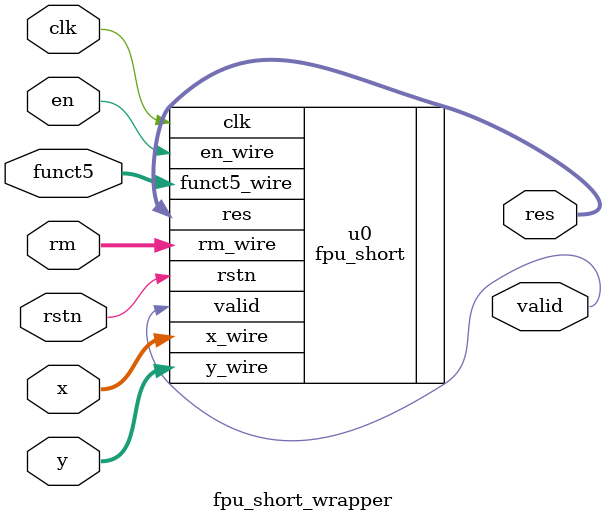
<source format=v>
`default_nettype none

module fpu_short_wrapper
    (
        input wire clk,
        input wire rstn,
        input wire en,
        input wire [31:0] x,
        input wire [31:0] y,
        input wire [4:0] funct5,
        input wire [2:0] rm,
        output wire [31:0] res,
        output wire valid
    );

    fpu_short u0(
        .clk(clk),
        .rstn(rstn),
        .en_wire(en),
        .x_wire(x),
        .y_wire(y),
        .funct5_wire(funct5),
        .rm_wire(rm),
        .res(res),
        .valid(valid)
    );

endmodule

`default_nettype wire
</source>
